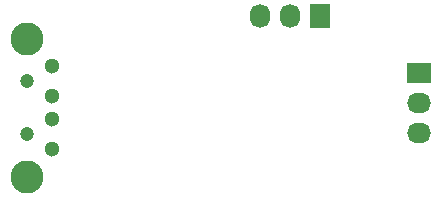
<source format=gbs>
G04 #@! TF.FileFunction,Soldermask,Bot*
%FSLAX46Y46*%
G04 Gerber Fmt 4.6, Leading zero omitted, Abs format (unit mm)*
G04 Created by KiCad (PCBNEW (2016-07-14 BZR 6980)-product) date Sunday, 23 April 2017 'PMt' 23:49:01*
%MOMM*%
%LPD*%
G01*
G04 APERTURE LIST*
%ADD10C,0.150000*%
%ADD11R,1.727200X2.032000*%
%ADD12O,1.727200X2.032000*%
%ADD13R,2.032000X1.727200*%
%ADD14O,2.032000X1.727200*%
%ADD15C,1.300000*%
%ADD16C,2.800000*%
%ADD17C,1.200000*%
G04 APERTURE END LIST*
D10*
D11*
X175640000Y-81600000D03*
D12*
X173100000Y-81600000D03*
X170560000Y-81600000D03*
D13*
X184000000Y-86460000D03*
D14*
X184000000Y-89000000D03*
X184000000Y-91540000D03*
D15*
X152900000Y-88350000D03*
X152900000Y-90350000D03*
X152900000Y-92850000D03*
X152900000Y-85850000D03*
D16*
X150800000Y-83500000D03*
X150800000Y-95200000D03*
D17*
X150800000Y-87100000D03*
X150800000Y-91600000D03*
M02*

</source>
